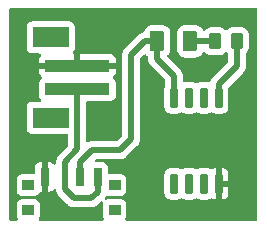
<source format=gbr>
%TF.GenerationSoftware,KiCad,Pcbnew,7.0.10*%
%TF.CreationDate,2024-09-03T14:05:09-04:00*%
%TF.ProjectId,workflow,776f726b-666c-46f7-972e-6b696361645f,rev?*%
%TF.SameCoordinates,Original*%
%TF.FileFunction,Copper,L1,Top*%
%TF.FilePolarity,Positive*%
%FSLAX46Y46*%
G04 Gerber Fmt 4.6, Leading zero omitted, Abs format (unit mm)*
G04 Created by KiCad (PCBNEW 7.0.10) date 2024-09-03 14:05:09*
%MOMM*%
%LPD*%
G01*
G04 APERTURE LIST*
G04 Aperture macros list*
%AMRoundRect*
0 Rectangle with rounded corners*
0 $1 Rounding radius*
0 $2 $3 $4 $5 $6 $7 $8 $9 X,Y pos of 4 corners*
0 Add a 4 corners polygon primitive as box body*
4,1,4,$2,$3,$4,$5,$6,$7,$8,$9,$2,$3,0*
0 Add four circle primitives for the rounded corners*
1,1,$1+$1,$2,$3*
1,1,$1+$1,$4,$5*
1,1,$1+$1,$6,$7*
1,1,$1+$1,$8,$9*
0 Add four rect primitives between the rounded corners*
20,1,$1+$1,$2,$3,$4,$5,0*
20,1,$1+$1,$4,$5,$6,$7,0*
20,1,$1+$1,$6,$7,$8,$9,0*
20,1,$1+$1,$8,$9,$2,$3,0*%
G04 Aperture macros list end*
%TA.AperFunction,SMDPad,CuDef*%
%ADD10RoundRect,0.250000X0.375000X0.625000X-0.375000X0.625000X-0.375000X-0.625000X0.375000X-0.625000X0*%
%TD*%
%TA.AperFunction,SMDPad,CuDef*%
%ADD11RoundRect,0.076250X0.228750X-0.768750X0.228750X0.768750X-0.228750X0.768750X-0.228750X-0.768750X0*%
%TD*%
%TA.AperFunction,SMDPad,CuDef*%
%ADD12RoundRect,0.250000X0.262500X0.450000X-0.262500X0.450000X-0.262500X-0.450000X0.262500X-0.450000X0*%
%TD*%
%TA.AperFunction,SMDPad,CuDef*%
%ADD13R,5.511800X0.990600*%
%TD*%
%TA.AperFunction,SMDPad,CuDef*%
%ADD14R,3.098800X1.701800*%
%TD*%
%TA.AperFunction,SMDPad,CuDef*%
%ADD15R,0.711200X1.498600*%
%TD*%
%TA.AperFunction,SMDPad,CuDef*%
%ADD16R,0.990600X0.812800*%
%TD*%
%TA.AperFunction,Conductor*%
%ADD17C,0.508000*%
%TD*%
G04 APERTURE END LIST*
D10*
%TO.P,D1,1,K*%
%TO.N,Net-(D1-K)*%
X97313400Y-53822600D03*
%TO.P,D1,2,A*%
%TO.N,/vcc*%
X94513400Y-53822600D03*
%TD*%
D11*
%TO.P,U1,1,PB5*%
%TO.N,unconnected-(U1-PB5-Pad1)*%
X95935800Y-65877800D03*
%TO.P,U1,2,PB3*%
%TO.N,unconnected-(U1-PB3-Pad2)*%
X97205800Y-65877800D03*
%TO.P,U1,3,PB4*%
%TO.N,unconnected-(U1-PB4-Pad3)*%
X98475800Y-65877800D03*
%TO.P,U1,4,GND*%
%TO.N,/GND*%
X99745800Y-65877800D03*
%TO.P,U1,5,PB0*%
%TO.N,/LED*%
X99745800Y-58597800D03*
%TO.P,U1,6,PB1*%
%TO.N,unconnected-(U1-PB1-Pad6)*%
X98475800Y-58597800D03*
%TO.P,U1,7,PB2*%
%TO.N,unconnected-(U1-PB2-Pad7)*%
X97205800Y-58597800D03*
%TO.P,U1,8,VCC*%
%TO.N,/vcc*%
X95935800Y-58597800D03*
%TD*%
D12*
%TO.P,R1,1*%
%TO.N,/LED*%
X101269000Y-53819600D03*
%TO.P,R1,2*%
%TO.N,Net-(D1-K)*%
X99444000Y-53819600D03*
%TD*%
D13*
%TO.P,J1,1,1*%
%TO.N,/vin*%
X87757201Y-57896001D03*
%TO.P,J1,2,2*%
%TO.N,/GND*%
X87757201Y-55895999D03*
D14*
%TO.P,J1,3*%
%TO.N,N/C*%
X85507200Y-60295998D03*
%TO.P,J1,4*%
X85507200Y-53496002D03*
%TD*%
D15*
%TO.P,SW1,1,1*%
%TO.N,/GND*%
X85006617Y-65297401D03*
%TO.P,SW1,2,2*%
%TO.N,/vcc*%
X88006620Y-65297401D03*
%TO.P,SW1,3,3*%
%TO.N,/vin*%
X89506620Y-65297401D03*
D16*
%TO.P,SW1,4*%
%TO.N,N/C*%
X83606620Y-65997402D03*
%TO.P,SW1,5*%
X90906620Y-65997402D03*
%TO.P,SW1,6*%
X83606640Y-68097400D03*
%TO.P,SW1,7*%
X90906600Y-68097400D03*
%TD*%
D17*
%TO.N,Net-(D1-K)*%
X99441000Y-53822600D02*
X99444000Y-53819600D01*
X97313400Y-53822600D02*
X99441000Y-53822600D01*
%TO.N,/vcc*%
X88006620Y-64040101D02*
X89003921Y-63042800D01*
X92303600Y-62103000D02*
X92303600Y-54991000D01*
X95935800Y-56743600D02*
X95935800Y-58597800D01*
X91363800Y-63042800D02*
X92303600Y-62103000D01*
X88006620Y-65297401D02*
X88006620Y-64040101D01*
X89003921Y-63042800D02*
X91363800Y-63042800D01*
X93472000Y-53822600D02*
X94513400Y-53822600D01*
X94513400Y-55321200D02*
X95935800Y-56743600D01*
X92303600Y-54991000D02*
X93472000Y-53822600D01*
X94513400Y-53822600D02*
X94513400Y-55321200D01*
%TO.N,/LED*%
X99745800Y-58597800D02*
X99745800Y-57454800D01*
X99745800Y-57454800D02*
X101269000Y-55931600D01*
X101269000Y-55931600D02*
X101269000Y-53819600D01*
%TO.N,/vin*%
X87477600Y-67106800D02*
X88954521Y-67106800D01*
X88954521Y-67106800D02*
X89506620Y-66554701D01*
X87757201Y-62977130D02*
X86715600Y-64018731D01*
X86715600Y-64018731D02*
X86715600Y-66344800D01*
X87757201Y-57896001D02*
X87757201Y-62977130D01*
X89506620Y-66554701D02*
X89506620Y-65297401D01*
X86715600Y-66344800D02*
X87477600Y-67106800D01*
%TD*%
%TA.AperFunction,Conductor*%
%TO.N,/GND*%
G36*
X102942539Y-51020185D02*
G01*
X102988294Y-51072989D01*
X102999500Y-51124500D01*
X102999500Y-68875500D01*
X102979815Y-68942539D01*
X102927011Y-68988294D01*
X102875500Y-68999500D01*
X91903746Y-68999500D01*
X91836707Y-68979815D01*
X91790952Y-68927011D01*
X91781008Y-68857853D01*
X91804480Y-68801188D01*
X91845696Y-68746131D01*
X91895991Y-68611283D01*
X91902400Y-68551673D01*
X91902399Y-67643128D01*
X91895991Y-67583517D01*
X91873681Y-67523702D01*
X91845697Y-67448671D01*
X91845693Y-67448664D01*
X91759447Y-67333455D01*
X91759444Y-67333452D01*
X91644235Y-67247206D01*
X91644228Y-67247202D01*
X91509382Y-67196908D01*
X91509383Y-67196908D01*
X91449783Y-67190501D01*
X91449781Y-67190500D01*
X91449773Y-67190500D01*
X91449764Y-67190500D01*
X90363429Y-67190500D01*
X90363423Y-67190501D01*
X90303817Y-67196908D01*
X90233289Y-67223213D01*
X90163598Y-67228196D01*
X90102275Y-67194710D01*
X90068791Y-67133386D01*
X90073777Y-67063694D01*
X90094965Y-67027329D01*
X90141287Y-66972128D01*
X90141292Y-66972117D01*
X90145257Y-66966091D01*
X90145303Y-66966121D01*
X90149409Y-66959675D01*
X90149362Y-66959646D01*
X90153152Y-66953499D01*
X90153159Y-66953492D01*
X90153163Y-66953483D01*
X90155758Y-66949276D01*
X90207705Y-66902551D01*
X90276667Y-66891327D01*
X90296277Y-66896139D01*
X90296285Y-66896109D01*
X90303836Y-66897893D01*
X90310764Y-66898637D01*
X90363447Y-66904302D01*
X91449792Y-66904301D01*
X91509403Y-66897893D01*
X91644251Y-66847598D01*
X91759466Y-66761348D01*
X91817099Y-66684361D01*
X95130300Y-66684361D01*
X95145145Y-66797111D01*
X95145146Y-66797115D01*
X95203257Y-66937409D01*
X95203257Y-66937410D01*
X95203259Y-66937413D01*
X95203260Y-66937414D01*
X95295707Y-67057893D01*
X95416186Y-67150340D01*
X95416189Y-67150341D01*
X95416190Y-67150342D01*
X95486337Y-67179397D01*
X95556488Y-67208455D01*
X95663539Y-67222548D01*
X95665440Y-67222799D01*
X95669246Y-67223300D01*
X95669253Y-67223300D01*
X96202347Y-67223300D01*
X96202354Y-67223300D01*
X96315112Y-67208455D01*
X96455414Y-67150340D01*
X96495313Y-67119723D01*
X96560482Y-67094529D01*
X96628927Y-67108567D01*
X96646287Y-67119724D01*
X96686184Y-67150339D01*
X96686190Y-67150342D01*
X96756337Y-67179397D01*
X96826488Y-67208455D01*
X96933539Y-67222548D01*
X96935440Y-67222799D01*
X96939246Y-67223300D01*
X96939253Y-67223300D01*
X97472347Y-67223300D01*
X97472354Y-67223300D01*
X97585112Y-67208455D01*
X97725414Y-67150340D01*
X97765313Y-67119723D01*
X97830482Y-67094529D01*
X97898927Y-67108567D01*
X97916287Y-67119724D01*
X97956184Y-67150339D01*
X97956190Y-67150342D01*
X98026337Y-67179397D01*
X98096488Y-67208455D01*
X98203539Y-67222548D01*
X98205440Y-67222799D01*
X98209246Y-67223300D01*
X98209253Y-67223300D01*
X98742347Y-67223300D01*
X98742354Y-67223300D01*
X98855112Y-67208455D01*
X98995414Y-67150340D01*
X99035726Y-67119406D01*
X99100889Y-67094213D01*
X99169335Y-67108250D01*
X99186697Y-67119407D01*
X99226441Y-67149904D01*
X99366615Y-67207965D01*
X99366619Y-67207966D01*
X99479284Y-67222799D01*
X99495800Y-67222798D01*
X99495800Y-66127800D01*
X99995800Y-66127800D01*
X99995800Y-67222799D01*
X100012315Y-67222799D01*
X100124982Y-67207966D01*
X100265158Y-67149904D01*
X100385535Y-67057535D01*
X100477904Y-66937158D01*
X100535965Y-66796984D01*
X100535966Y-66796980D01*
X100550799Y-66684322D01*
X100550800Y-66684308D01*
X100550800Y-66127800D01*
X99995800Y-66127800D01*
X99495800Y-66127800D01*
X99495800Y-64532800D01*
X99995800Y-64532800D01*
X99995800Y-65627800D01*
X100550799Y-65627800D01*
X100550799Y-65071285D01*
X100535966Y-64958617D01*
X100477904Y-64818441D01*
X100385535Y-64698064D01*
X100265158Y-64605695D01*
X100124984Y-64547634D01*
X100124980Y-64547633D01*
X100012322Y-64532800D01*
X99995800Y-64532800D01*
X99495800Y-64532800D01*
X99495800Y-64532799D01*
X99479284Y-64532800D01*
X99366617Y-64547633D01*
X99226438Y-64605696D01*
X99226435Y-64605698D01*
X99186694Y-64636192D01*
X99121525Y-64661385D01*
X99053080Y-64647345D01*
X99035731Y-64636197D01*
X98995414Y-64605260D01*
X98855112Y-64547145D01*
X98841017Y-64545289D01*
X98742361Y-64532300D01*
X98742354Y-64532300D01*
X98209246Y-64532300D01*
X98209238Y-64532300D01*
X98096488Y-64547145D01*
X98096487Y-64547145D01*
X97956185Y-64605260D01*
X97916285Y-64635876D01*
X97851115Y-64661069D01*
X97782671Y-64647030D01*
X97765315Y-64635876D01*
X97725414Y-64605260D01*
X97725407Y-64605257D01*
X97585112Y-64547145D01*
X97571017Y-64545289D01*
X97472361Y-64532300D01*
X97472354Y-64532300D01*
X96939246Y-64532300D01*
X96939238Y-64532300D01*
X96826488Y-64547145D01*
X96826487Y-64547145D01*
X96686185Y-64605260D01*
X96646285Y-64635876D01*
X96581115Y-64661069D01*
X96512671Y-64647030D01*
X96495315Y-64635876D01*
X96455414Y-64605260D01*
X96455407Y-64605257D01*
X96315112Y-64547145D01*
X96301017Y-64545289D01*
X96202361Y-64532300D01*
X96202354Y-64532300D01*
X95669246Y-64532300D01*
X95669238Y-64532300D01*
X95556488Y-64547145D01*
X95556484Y-64547146D01*
X95416190Y-64605257D01*
X95416189Y-64605257D01*
X95295707Y-64697707D01*
X95203257Y-64818189D01*
X95203257Y-64818190D01*
X95145146Y-64958484D01*
X95145145Y-64958488D01*
X95130300Y-65071238D01*
X95130300Y-66684361D01*
X91817099Y-66684361D01*
X91845716Y-66646133D01*
X91896011Y-66511285D01*
X91902420Y-66451675D01*
X91902419Y-65543130D01*
X91896011Y-65483519D01*
X91845716Y-65348671D01*
X91845715Y-65348670D01*
X91845713Y-65348666D01*
X91759467Y-65233457D01*
X91759464Y-65233454D01*
X91644255Y-65147208D01*
X91644248Y-65147204D01*
X91509402Y-65096910D01*
X91509403Y-65096910D01*
X91449803Y-65090503D01*
X91449801Y-65090502D01*
X91449793Y-65090502D01*
X91449785Y-65090502D01*
X90486719Y-65090502D01*
X90419680Y-65070817D01*
X90373925Y-65018013D01*
X90362719Y-64966502D01*
X90362719Y-64500230D01*
X90362718Y-64500224D01*
X90356311Y-64440617D01*
X90306017Y-64305772D01*
X90306013Y-64305765D01*
X90219767Y-64190556D01*
X90219764Y-64190553D01*
X90104555Y-64104307D01*
X90104548Y-64104303D01*
X89969702Y-64054009D01*
X89969703Y-64054009D01*
X89910103Y-64047602D01*
X89910101Y-64047601D01*
X89910093Y-64047601D01*
X89910085Y-64047601D01*
X89365505Y-64047601D01*
X89298466Y-64027916D01*
X89252711Y-63975112D01*
X89242767Y-63905954D01*
X89271792Y-63842398D01*
X89277831Y-63835913D01*
X89280145Y-63833600D01*
X89341475Y-63800128D01*
X89367807Y-63797300D01*
X91299800Y-63797300D01*
X91317769Y-63798609D01*
X91323150Y-63799396D01*
X91341706Y-63802115D01*
X91391348Y-63797771D01*
X91402155Y-63797300D01*
X91407734Y-63797300D01*
X91407741Y-63797300D01*
X91438703Y-63793680D01*
X91442234Y-63793319D01*
X91517412Y-63786743D01*
X91517415Y-63786741D01*
X91524493Y-63785281D01*
X91524504Y-63785335D01*
X91531963Y-63783681D01*
X91531951Y-63783627D01*
X91538978Y-63781961D01*
X91538979Y-63781960D01*
X91538984Y-63781960D01*
X91609895Y-63756150D01*
X91613194Y-63755003D01*
X91684836Y-63731264D01*
X91684838Y-63731262D01*
X91684840Y-63731262D01*
X91691381Y-63728212D01*
X91691404Y-63728262D01*
X91698298Y-63724925D01*
X91698273Y-63724875D01*
X91704720Y-63721637D01*
X91704724Y-63721636D01*
X91767767Y-63680170D01*
X91770742Y-63678276D01*
X91834954Y-63638670D01*
X91834962Y-63638661D01*
X91840623Y-63634187D01*
X91840657Y-63634230D01*
X91846582Y-63629404D01*
X91846547Y-63629362D01*
X91852076Y-63624720D01*
X91852085Y-63624715D01*
X91903871Y-63569823D01*
X91906316Y-63567306D01*
X92791864Y-62681758D01*
X92805483Y-62669988D01*
X92824894Y-62655539D01*
X92856934Y-62617354D01*
X92864223Y-62609399D01*
X92868183Y-62605441D01*
X92887527Y-62580974D01*
X92889761Y-62578232D01*
X92938267Y-62520427D01*
X92938271Y-62520418D01*
X92942237Y-62514390D01*
X92942283Y-62514420D01*
X92946395Y-62507965D01*
X92946348Y-62507936D01*
X92950132Y-62501799D01*
X92950139Y-62501791D01*
X92982017Y-62433428D01*
X92983572Y-62430214D01*
X93017424Y-62362811D01*
X93017426Y-62362798D01*
X93019893Y-62356024D01*
X93019946Y-62356043D01*
X93022458Y-62348815D01*
X93022407Y-62348798D01*
X93024677Y-62341945D01*
X93024677Y-62341943D01*
X93024679Y-62341940D01*
X93039945Y-62268001D01*
X93040697Y-62264610D01*
X93058100Y-62191188D01*
X93058100Y-62191181D01*
X93058938Y-62184015D01*
X93058992Y-62184021D01*
X93059770Y-62176405D01*
X93059717Y-62176401D01*
X93060346Y-62169210D01*
X93058152Y-62093804D01*
X93058100Y-62090198D01*
X93058100Y-55354885D01*
X93077785Y-55287846D01*
X93094415Y-55267208D01*
X93407848Y-54953774D01*
X93469169Y-54920291D01*
X93538860Y-54925275D01*
X93583208Y-54953776D01*
X93669745Y-55040313D01*
X93699994Y-55058970D01*
X93746720Y-55110917D01*
X93758900Y-55164510D01*
X93758900Y-55257200D01*
X93757591Y-55275169D01*
X93754084Y-55299108D01*
X93758428Y-55348745D01*
X93758900Y-55359554D01*
X93758900Y-55365146D01*
X93762516Y-55396085D01*
X93762882Y-55399670D01*
X93769456Y-55474810D01*
X93770916Y-55481877D01*
X93770864Y-55481887D01*
X93772523Y-55489367D01*
X93772574Y-55489355D01*
X93774240Y-55496385D01*
X93800021Y-55567220D01*
X93801204Y-55570623D01*
X93824933Y-55642229D01*
X93827986Y-55648775D01*
X93827936Y-55648798D01*
X93831276Y-55655697D01*
X93831325Y-55655673D01*
X93834567Y-55662130D01*
X93876013Y-55725146D01*
X93877950Y-55728186D01*
X93917531Y-55792356D01*
X93922011Y-55798022D01*
X93921969Y-55798055D01*
X93926801Y-55803986D01*
X93926843Y-55803952D01*
X93931488Y-55809488D01*
X93986338Y-55861236D01*
X93988925Y-55863749D01*
X95144981Y-57019805D01*
X95178466Y-57081128D01*
X95181300Y-57107486D01*
X95181300Y-57566536D01*
X95171861Y-57613988D01*
X95145146Y-57678484D01*
X95145145Y-57678488D01*
X95130300Y-57791238D01*
X95130300Y-59404361D01*
X95145145Y-59517111D01*
X95145146Y-59517115D01*
X95203257Y-59657409D01*
X95203257Y-59657410D01*
X95203259Y-59657413D01*
X95203260Y-59657414D01*
X95295707Y-59777893D01*
X95416186Y-59870340D01*
X95416189Y-59870341D01*
X95416190Y-59870342D01*
X95486337Y-59899397D01*
X95556488Y-59928455D01*
X95669246Y-59943300D01*
X95669253Y-59943300D01*
X96202347Y-59943300D01*
X96202354Y-59943300D01*
X96315112Y-59928455D01*
X96455414Y-59870340D01*
X96495313Y-59839723D01*
X96560482Y-59814529D01*
X96628927Y-59828567D01*
X96646287Y-59839724D01*
X96686184Y-59870339D01*
X96686190Y-59870342D01*
X96756337Y-59899397D01*
X96826488Y-59928455D01*
X96939246Y-59943300D01*
X96939253Y-59943300D01*
X97472347Y-59943300D01*
X97472354Y-59943300D01*
X97585112Y-59928455D01*
X97725414Y-59870340D01*
X97765313Y-59839723D01*
X97830482Y-59814529D01*
X97898927Y-59828567D01*
X97916287Y-59839724D01*
X97956184Y-59870339D01*
X97956190Y-59870342D01*
X98026337Y-59899397D01*
X98096488Y-59928455D01*
X98209246Y-59943300D01*
X98209253Y-59943300D01*
X98742347Y-59943300D01*
X98742354Y-59943300D01*
X98855112Y-59928455D01*
X98995414Y-59870340D01*
X99035313Y-59839723D01*
X99100482Y-59814529D01*
X99168927Y-59828567D01*
X99186287Y-59839724D01*
X99226184Y-59870339D01*
X99226190Y-59870342D01*
X99296337Y-59899397D01*
X99366488Y-59928455D01*
X99479246Y-59943300D01*
X99479253Y-59943300D01*
X100012347Y-59943300D01*
X100012354Y-59943300D01*
X100125112Y-59928455D01*
X100265409Y-59870342D01*
X100265410Y-59870342D01*
X100265410Y-59870341D01*
X100265414Y-59870340D01*
X100385893Y-59777893D01*
X100478340Y-59657414D01*
X100536455Y-59517112D01*
X100551300Y-59404354D01*
X100551300Y-57791246D01*
X100550566Y-57785672D01*
X100561327Y-57716637D01*
X100585820Y-57681802D01*
X101757264Y-56510358D01*
X101770883Y-56498588D01*
X101790294Y-56484139D01*
X101822334Y-56445954D01*
X101829623Y-56437999D01*
X101833583Y-56434041D01*
X101852927Y-56409574D01*
X101855161Y-56406832D01*
X101903667Y-56349027D01*
X101903671Y-56349018D01*
X101907637Y-56342990D01*
X101907683Y-56343020D01*
X101911795Y-56336565D01*
X101911748Y-56336536D01*
X101915532Y-56330399D01*
X101915539Y-56330391D01*
X101942560Y-56272443D01*
X101947417Y-56262028D01*
X101948972Y-56258814D01*
X101982824Y-56191411D01*
X101982826Y-56191398D01*
X101985293Y-56184624D01*
X101985346Y-56184643D01*
X101987858Y-56177415D01*
X101987807Y-56177398D01*
X101990077Y-56170545D01*
X101990077Y-56170543D01*
X101990079Y-56170540D01*
X102005345Y-56096601D01*
X102006097Y-56093210D01*
X102023500Y-56019788D01*
X102023500Y-56019781D01*
X102024338Y-56012615D01*
X102024392Y-56012621D01*
X102025170Y-56005005D01*
X102025117Y-56005001D01*
X102025746Y-55997810D01*
X102023552Y-55922404D01*
X102023500Y-55918798D01*
X102023500Y-54890330D01*
X102043185Y-54823291D01*
X102059819Y-54802649D01*
X102071773Y-54790695D01*
X102124212Y-54738256D01*
X102216314Y-54588934D01*
X102271499Y-54422397D01*
X102282000Y-54319609D01*
X102281999Y-53319592D01*
X102271499Y-53216803D01*
X102216314Y-53050266D01*
X102124212Y-52900944D01*
X102000156Y-52776888D01*
X101850834Y-52684786D01*
X101684297Y-52629601D01*
X101684295Y-52629600D01*
X101581510Y-52619100D01*
X100956498Y-52619100D01*
X100956480Y-52619101D01*
X100853703Y-52629600D01*
X100853700Y-52629601D01*
X100687168Y-52684785D01*
X100687163Y-52684787D01*
X100537842Y-52776889D01*
X100444181Y-52870551D01*
X100382858Y-52904036D01*
X100313166Y-52899052D01*
X100268819Y-52870551D01*
X100175157Y-52776889D01*
X100175156Y-52776888D01*
X100025834Y-52684786D01*
X99859297Y-52629601D01*
X99859295Y-52629600D01*
X99756510Y-52619100D01*
X99131498Y-52619100D01*
X99131480Y-52619101D01*
X99028703Y-52629600D01*
X99028700Y-52629601D01*
X98862168Y-52684785D01*
X98862163Y-52684787D01*
X98712842Y-52776889D01*
X98588786Y-52900945D01*
X98584517Y-52906344D01*
X98527491Y-52946716D01*
X98457692Y-52949849D01*
X98397279Y-52914748D01*
X98374871Y-52881821D01*
X98373216Y-52878273D01*
X98373214Y-52878266D01*
X98281112Y-52728944D01*
X98157056Y-52604888D01*
X98007734Y-52512786D01*
X97841197Y-52457601D01*
X97841195Y-52457600D01*
X97738410Y-52447100D01*
X96888398Y-52447100D01*
X96888380Y-52447101D01*
X96785603Y-52457600D01*
X96785600Y-52457601D01*
X96619068Y-52512785D01*
X96619063Y-52512787D01*
X96469742Y-52604889D01*
X96345689Y-52728942D01*
X96253587Y-52878263D01*
X96253585Y-52878268D01*
X96244282Y-52906344D01*
X96198401Y-53044803D01*
X96198401Y-53044804D01*
X96198400Y-53044804D01*
X96187900Y-53147583D01*
X96187900Y-54497601D01*
X96187901Y-54497618D01*
X96198400Y-54600396D01*
X96198401Y-54600399D01*
X96227642Y-54688640D01*
X96253586Y-54766934D01*
X96345688Y-54916256D01*
X96469744Y-55040312D01*
X96619066Y-55132414D01*
X96785603Y-55187599D01*
X96888391Y-55198100D01*
X97738408Y-55198099D01*
X97738416Y-55198098D01*
X97738419Y-55198098D01*
X97794702Y-55192348D01*
X97841197Y-55187599D01*
X98007734Y-55132414D01*
X98157056Y-55040312D01*
X98281112Y-54916256D01*
X98373214Y-54766934D01*
X98373216Y-54766926D01*
X98376264Y-54760391D01*
X98379021Y-54761676D01*
X98410951Y-54715501D01*
X98475451Y-54688640D01*
X98544234Y-54700914D01*
X98586208Y-54734993D01*
X98588788Y-54738256D01*
X98712844Y-54862312D01*
X98862166Y-54954414D01*
X99028703Y-55009599D01*
X99131491Y-55020100D01*
X99756508Y-55020099D01*
X99756516Y-55020098D01*
X99756519Y-55020098D01*
X99812802Y-55014348D01*
X99859297Y-55009599D01*
X100025834Y-54954414D01*
X100175156Y-54862312D01*
X100268819Y-54768649D01*
X100330142Y-54735164D01*
X100399834Y-54740148D01*
X100444181Y-54768649D01*
X100478181Y-54802649D01*
X100511666Y-54863972D01*
X100514500Y-54890330D01*
X100514500Y-55567713D01*
X100494815Y-55634752D01*
X100478181Y-55655394D01*
X99257542Y-56876032D01*
X99243913Y-56887811D01*
X99224507Y-56902259D01*
X99192474Y-56940433D01*
X99185187Y-56948386D01*
X99181220Y-56952354D01*
X99181218Y-56952356D01*
X99161889Y-56976801D01*
X99159615Y-56979593D01*
X99111134Y-57037371D01*
X99107166Y-57043405D01*
X99107122Y-57043376D01*
X99103009Y-57049831D01*
X99103054Y-57049859D01*
X99099262Y-57056006D01*
X99067381Y-57124372D01*
X99065812Y-57127612D01*
X99031974Y-57194992D01*
X99030280Y-57199646D01*
X98988848Y-57255905D01*
X98923576Y-57280833D01*
X98866314Y-57271785D01*
X98865772Y-57271560D01*
X98855112Y-57267145D01*
X98841017Y-57265289D01*
X98742361Y-57252300D01*
X98742354Y-57252300D01*
X98209246Y-57252300D01*
X98209238Y-57252300D01*
X98096488Y-57267145D01*
X98096487Y-57267145D01*
X97956185Y-57325260D01*
X97916285Y-57355876D01*
X97851115Y-57381069D01*
X97782671Y-57367030D01*
X97765315Y-57355876D01*
X97725414Y-57325260D01*
X97721298Y-57323555D01*
X97585112Y-57267145D01*
X97571017Y-57265289D01*
X97472361Y-57252300D01*
X97472354Y-57252300D01*
X96939246Y-57252300D01*
X96939240Y-57252300D01*
X96939235Y-57252301D01*
X96830485Y-57266618D01*
X96761450Y-57255852D01*
X96709194Y-57209472D01*
X96690300Y-57143679D01*
X96690300Y-56807592D01*
X96691609Y-56789622D01*
X96691994Y-56786988D01*
X96695114Y-56765693D01*
X96690771Y-56716058D01*
X96690300Y-56705252D01*
X96690300Y-56699664D01*
X96690299Y-56699652D01*
X96686682Y-56668709D01*
X96686315Y-56665117D01*
X96679743Y-56589989D01*
X96678283Y-56582918D01*
X96678337Y-56582906D01*
X96676681Y-56575437D01*
X96676627Y-56575450D01*
X96674960Y-56568422D01*
X96674960Y-56568416D01*
X96649169Y-56497557D01*
X96647986Y-56494152D01*
X96632021Y-56445973D01*
X96624264Y-56422564D01*
X96624261Y-56422560D01*
X96621212Y-56416019D01*
X96621261Y-56415995D01*
X96617928Y-56409109D01*
X96617879Y-56409134D01*
X96614635Y-56402675D01*
X96573176Y-56339638D01*
X96571269Y-56336646D01*
X96531670Y-56272446D01*
X96531667Y-56272443D01*
X96527192Y-56266783D01*
X96527234Y-56266749D01*
X96522397Y-56260811D01*
X96522356Y-56260846D01*
X96517712Y-56255312D01*
X96462861Y-56203563D01*
X96460273Y-56201049D01*
X95415977Y-55156753D01*
X95382492Y-55095430D01*
X95387476Y-55025738D01*
X95415977Y-54981391D01*
X95443592Y-54953776D01*
X95481112Y-54916256D01*
X95573214Y-54766934D01*
X95628399Y-54600397D01*
X95638900Y-54497609D01*
X95638899Y-53147592D01*
X95637524Y-53134136D01*
X95628399Y-53044803D01*
X95628398Y-53044800D01*
X95595896Y-52946716D01*
X95573214Y-52878266D01*
X95481112Y-52728944D01*
X95357056Y-52604888D01*
X95207734Y-52512786D01*
X95041197Y-52457601D01*
X95041195Y-52457600D01*
X94938410Y-52447100D01*
X94088398Y-52447100D01*
X94088380Y-52447101D01*
X93985603Y-52457600D01*
X93985600Y-52457601D01*
X93819068Y-52512785D01*
X93819063Y-52512787D01*
X93669742Y-52604889D01*
X93545689Y-52728942D01*
X93453587Y-52878263D01*
X93453585Y-52878268D01*
X93414755Y-52995451D01*
X93374982Y-53052896D01*
X93322130Y-53077884D01*
X93311323Y-53080116D01*
X93311312Y-53080064D01*
X93303832Y-53081722D01*
X93303845Y-53081774D01*
X93296812Y-53083440D01*
X93225925Y-53109239D01*
X93222525Y-53110421D01*
X93150962Y-53134136D01*
X93144420Y-53137187D01*
X93144397Y-53137139D01*
X93137507Y-53140475D01*
X93137531Y-53140522D01*
X93131076Y-53143763D01*
X93068067Y-53185204D01*
X93065030Y-53187139D01*
X93000846Y-53226730D01*
X92995179Y-53231211D01*
X92995146Y-53231169D01*
X92989214Y-53236001D01*
X92989248Y-53236042D01*
X92983712Y-53240687D01*
X92931944Y-53295556D01*
X92929433Y-53298141D01*
X91815342Y-54412232D01*
X91801713Y-54424011D01*
X91782307Y-54438459D01*
X91750274Y-54476633D01*
X91742987Y-54484586D01*
X91739020Y-54488554D01*
X91739018Y-54488556D01*
X91719689Y-54513001D01*
X91717415Y-54515793D01*
X91668934Y-54573571D01*
X91664966Y-54579605D01*
X91664922Y-54579576D01*
X91660809Y-54586031D01*
X91660854Y-54586059D01*
X91657062Y-54592206D01*
X91625181Y-54660572D01*
X91623612Y-54663812D01*
X91589775Y-54731191D01*
X91587304Y-54737979D01*
X91587255Y-54737961D01*
X91584741Y-54745193D01*
X91584791Y-54745210D01*
X91582520Y-54752062D01*
X91567271Y-54825911D01*
X91566491Y-54829430D01*
X91549099Y-54902816D01*
X91548261Y-54909987D01*
X91548207Y-54909980D01*
X91547430Y-54917596D01*
X91547483Y-54917601D01*
X91546853Y-54924790D01*
X91549048Y-55000193D01*
X91549100Y-55003800D01*
X91549100Y-61739114D01*
X91529415Y-61806153D01*
X91512781Y-61826795D01*
X91087595Y-62251981D01*
X91026272Y-62285466D01*
X90999914Y-62288300D01*
X89067921Y-62288300D01*
X89049952Y-62286991D01*
X89026012Y-62283484D01*
X88979251Y-62287576D01*
X88976372Y-62287828D01*
X88965566Y-62288300D01*
X88959972Y-62288300D01*
X88929034Y-62291916D01*
X88925450Y-62292282D01*
X88850308Y-62298856D01*
X88843242Y-62300316D01*
X88843231Y-62300264D01*
X88835752Y-62301922D01*
X88835765Y-62301974D01*
X88828737Y-62303639D01*
X88757883Y-62329428D01*
X88754478Y-62330612D01*
X88676033Y-62356607D01*
X88675130Y-62353882D01*
X88618968Y-62362385D01*
X88555198Y-62333834D01*
X88516987Y-62275339D01*
X88511701Y-62239519D01*
X88511701Y-59015800D01*
X88531386Y-58948761D01*
X88584190Y-58903006D01*
X88635701Y-58891800D01*
X90560972Y-58891800D01*
X90560973Y-58891800D01*
X90620584Y-58885392D01*
X90755432Y-58835097D01*
X90870647Y-58748847D01*
X90956897Y-58633632D01*
X91007192Y-58498784D01*
X91013601Y-58439174D01*
X91013600Y-57352829D01*
X91007192Y-57293218D01*
X90997467Y-57267145D01*
X90956898Y-57158372D01*
X90956894Y-57158365D01*
X90870648Y-57043156D01*
X90862920Y-57037371D01*
X90844433Y-57023531D01*
X90806258Y-56994953D01*
X90764388Y-56939019D01*
X90759404Y-56869327D01*
X90792890Y-56808005D01*
X90806260Y-56796420D01*
X90870290Y-56748487D01*
X90870291Y-56748486D01*
X90956451Y-56633392D01*
X90956455Y-56633385D01*
X91006697Y-56498678D01*
X91006699Y-56498671D01*
X91013100Y-56439143D01*
X91013101Y-56439126D01*
X91013101Y-56145999D01*
X84501301Y-56145999D01*
X84501301Y-56439143D01*
X84507702Y-56498671D01*
X84507704Y-56498678D01*
X84557946Y-56633385D01*
X84557950Y-56633392D01*
X84644109Y-56748485D01*
X84708142Y-56796420D01*
X84750013Y-56852354D01*
X84754997Y-56922046D01*
X84721512Y-56983369D01*
X84708143Y-56994953D01*
X84643753Y-57043156D01*
X84557507Y-57158365D01*
X84557503Y-57158372D01*
X84507209Y-57293218D01*
X84503368Y-57328952D01*
X84500802Y-57352824D01*
X84500801Y-57352836D01*
X84500801Y-58439171D01*
X84500802Y-58439177D01*
X84507209Y-58498784D01*
X84557503Y-58633629D01*
X84557504Y-58633631D01*
X84641839Y-58746287D01*
X84666256Y-58811751D01*
X84651405Y-58880024D01*
X84602000Y-58929430D01*
X84542572Y-58944598D01*
X83909929Y-58944598D01*
X83909923Y-58944599D01*
X83850316Y-58951006D01*
X83715471Y-59001300D01*
X83715464Y-59001304D01*
X83600255Y-59087550D01*
X83600252Y-59087553D01*
X83514006Y-59202762D01*
X83514002Y-59202769D01*
X83463708Y-59337615D01*
X83457301Y-59397214D01*
X83457300Y-59397233D01*
X83457300Y-61194768D01*
X83457301Y-61194774D01*
X83463708Y-61254381D01*
X83514002Y-61389226D01*
X83514006Y-61389233D01*
X83600252Y-61504442D01*
X83600255Y-61504445D01*
X83715464Y-61590691D01*
X83715471Y-61590695D01*
X83850317Y-61640989D01*
X83850316Y-61640989D01*
X83857244Y-61641733D01*
X83909927Y-61647398D01*
X86878701Y-61647397D01*
X86945740Y-61667082D01*
X86991495Y-61719886D01*
X87002701Y-61771397D01*
X87002701Y-62613243D01*
X86983016Y-62680282D01*
X86966382Y-62700924D01*
X86227342Y-63439963D01*
X86213713Y-63451742D01*
X86194307Y-63466190D01*
X86162274Y-63504364D01*
X86154987Y-63512317D01*
X86151020Y-63516285D01*
X86151018Y-63516287D01*
X86131689Y-63540732D01*
X86129415Y-63543524D01*
X86080934Y-63601302D01*
X86076966Y-63607336D01*
X86076922Y-63607307D01*
X86072809Y-63613762D01*
X86072854Y-63613790D01*
X86069062Y-63619937D01*
X86037181Y-63688303D01*
X86035612Y-63691543D01*
X86001775Y-63758922D01*
X85999304Y-63765710D01*
X85999255Y-63765692D01*
X85996741Y-63772924D01*
X85996791Y-63772941D01*
X85994520Y-63779793D01*
X85979271Y-63853642D01*
X85978491Y-63857161D01*
X85961099Y-63930547D01*
X85960261Y-63937718D01*
X85960207Y-63937711D01*
X85959430Y-63945327D01*
X85959483Y-63945332D01*
X85958853Y-63952521D01*
X85961048Y-64027924D01*
X85961100Y-64031531D01*
X85961100Y-64141216D01*
X85941415Y-64208255D01*
X85888611Y-64254010D01*
X85819453Y-64263954D01*
X85755897Y-64234929D01*
X85737835Y-64215529D01*
X85719406Y-64190912D01*
X85719404Y-64190910D01*
X85604310Y-64104750D01*
X85604303Y-64104746D01*
X85469596Y-64054504D01*
X85469589Y-64054502D01*
X85410061Y-64048101D01*
X85256617Y-64048101D01*
X85256617Y-66546701D01*
X85410045Y-66546701D01*
X85410061Y-66546700D01*
X85469589Y-66540299D01*
X85469596Y-66540297D01*
X85604303Y-66490055D01*
X85604310Y-66490051D01*
X85719403Y-66403892D01*
X85743349Y-66371905D01*
X85799283Y-66330034D01*
X85868974Y-66325050D01*
X85930297Y-66358535D01*
X85963782Y-66419858D01*
X85966144Y-66435408D01*
X85971656Y-66498410D01*
X85973116Y-66505477D01*
X85973064Y-66505487D01*
X85974723Y-66512967D01*
X85974774Y-66512955D01*
X85976440Y-66519985D01*
X86002221Y-66590820D01*
X86003404Y-66594223D01*
X86027133Y-66665829D01*
X86030186Y-66672375D01*
X86030136Y-66672398D01*
X86033476Y-66679297D01*
X86033525Y-66679273D01*
X86036767Y-66685730D01*
X86078213Y-66748746D01*
X86080150Y-66751786D01*
X86119731Y-66815956D01*
X86124211Y-66821622D01*
X86124169Y-66821655D01*
X86129001Y-66827586D01*
X86129043Y-66827552D01*
X86133688Y-66833088D01*
X86188538Y-66884836D01*
X86191125Y-66887349D01*
X86898834Y-67595058D01*
X86910615Y-67608690D01*
X86925061Y-67628094D01*
X86963238Y-67660128D01*
X86971214Y-67667438D01*
X86975154Y-67671379D01*
X86975158Y-67671382D01*
X86975159Y-67671383D01*
X86997080Y-67688716D01*
X86999610Y-67690716D01*
X87002407Y-67692995D01*
X87060172Y-67741467D01*
X87066209Y-67745437D01*
X87066179Y-67745482D01*
X87072638Y-67749596D01*
X87072667Y-67749550D01*
X87078807Y-67753337D01*
X87078809Y-67753339D01*
X87147157Y-67785210D01*
X87150375Y-67786768D01*
X87215654Y-67819552D01*
X87217789Y-67820624D01*
X87217791Y-67820624D01*
X87224579Y-67823095D01*
X87224560Y-67823147D01*
X87231785Y-67825658D01*
X87231803Y-67825607D01*
X87238655Y-67827877D01*
X87238656Y-67827877D01*
X87238660Y-67827879D01*
X87312603Y-67843146D01*
X87316010Y-67843902D01*
X87389412Y-67861300D01*
X87389415Y-67861300D01*
X87396586Y-67862139D01*
X87396579Y-67862192D01*
X87404194Y-67862970D01*
X87404199Y-67862917D01*
X87411389Y-67863546D01*
X87411393Y-67863545D01*
X87411394Y-67863546D01*
X87473427Y-67861740D01*
X87486796Y-67861352D01*
X87490402Y-67861300D01*
X88890521Y-67861300D01*
X88908490Y-67862609D01*
X88913871Y-67863396D01*
X88932427Y-67866115D01*
X88982069Y-67861771D01*
X88992876Y-67861300D01*
X88998455Y-67861300D01*
X88998462Y-67861300D01*
X89029424Y-67857680D01*
X89032955Y-67857319D01*
X89108133Y-67850743D01*
X89108136Y-67850741D01*
X89115214Y-67849281D01*
X89115225Y-67849335D01*
X89122684Y-67847681D01*
X89122672Y-67847627D01*
X89129699Y-67845961D01*
X89129700Y-67845960D01*
X89129705Y-67845960D01*
X89200616Y-67820150D01*
X89203915Y-67819003D01*
X89275557Y-67795264D01*
X89275559Y-67795262D01*
X89275561Y-67795262D01*
X89282102Y-67792212D01*
X89282125Y-67792262D01*
X89289019Y-67788925D01*
X89288994Y-67788875D01*
X89295441Y-67785637D01*
X89295445Y-67785636D01*
X89358488Y-67744170D01*
X89361463Y-67742276D01*
X89425675Y-67702670D01*
X89425683Y-67702661D01*
X89431344Y-67698187D01*
X89431378Y-67698230D01*
X89437303Y-67693404D01*
X89437268Y-67693362D01*
X89442797Y-67688720D01*
X89442806Y-67688715D01*
X89494592Y-67633823D01*
X89497037Y-67631306D01*
X89735656Y-67392687D01*
X89796977Y-67359204D01*
X89866669Y-67364188D01*
X89922602Y-67406060D01*
X89947019Y-67471524D01*
X89939517Y-67523702D01*
X89917209Y-67583514D01*
X89917208Y-67583516D01*
X89911937Y-67632552D01*
X89910801Y-67643123D01*
X89910800Y-67643135D01*
X89910800Y-68551670D01*
X89910801Y-68551676D01*
X89917208Y-68611283D01*
X89967502Y-68746128D01*
X89967504Y-68746131D01*
X90008720Y-68801188D01*
X90033138Y-68866653D01*
X90018287Y-68934926D01*
X89968882Y-68984332D01*
X89909454Y-68999500D01*
X84603786Y-68999500D01*
X84536747Y-68979815D01*
X84490992Y-68927011D01*
X84481048Y-68857853D01*
X84504520Y-68801188D01*
X84545736Y-68746131D01*
X84596031Y-68611283D01*
X84602440Y-68551673D01*
X84602439Y-67643128D01*
X84596031Y-67583517D01*
X84573721Y-67523702D01*
X84545737Y-67448671D01*
X84545733Y-67448664D01*
X84459487Y-67333455D01*
X84459484Y-67333452D01*
X84344275Y-67247206D01*
X84344268Y-67247202D01*
X84209422Y-67196908D01*
X84209423Y-67196908D01*
X84149823Y-67190501D01*
X84149821Y-67190500D01*
X84149813Y-67190500D01*
X84149804Y-67190500D01*
X83063469Y-67190500D01*
X83063463Y-67190501D01*
X83003856Y-67196908D01*
X82869011Y-67247202D01*
X82869004Y-67247206D01*
X82753795Y-67333452D01*
X82753792Y-67333455D01*
X82667546Y-67448664D01*
X82667542Y-67448671D01*
X82617248Y-67583517D01*
X82611977Y-67632552D01*
X82610841Y-67643123D01*
X82610840Y-67643135D01*
X82610840Y-68551670D01*
X82610841Y-68551676D01*
X82617248Y-68611283D01*
X82667542Y-68746128D01*
X82667544Y-68746131D01*
X82708760Y-68801188D01*
X82733178Y-68866653D01*
X82718327Y-68934926D01*
X82668922Y-68984332D01*
X82609494Y-68999500D01*
X82124500Y-68999500D01*
X82057461Y-68979815D01*
X82011706Y-68927011D01*
X82000500Y-68875500D01*
X82000500Y-66451672D01*
X82610820Y-66451672D01*
X82610821Y-66451678D01*
X82617228Y-66511285D01*
X82667522Y-66646130D01*
X82667526Y-66646137D01*
X82753772Y-66761346D01*
X82753775Y-66761349D01*
X82868984Y-66847595D01*
X82868991Y-66847599D01*
X83003837Y-66897893D01*
X83003836Y-66897893D01*
X83010764Y-66898637D01*
X83063447Y-66904302D01*
X84149792Y-66904301D01*
X84209403Y-66897893D01*
X84344251Y-66847598D01*
X84459466Y-66761348D01*
X84545716Y-66646133D01*
X84552715Y-66627368D01*
X84594586Y-66571434D01*
X84660051Y-66547017D01*
X84668897Y-66546701D01*
X84756617Y-66546701D01*
X84756617Y-64048101D01*
X84603172Y-64048101D01*
X84543644Y-64054502D01*
X84543637Y-64054504D01*
X84408930Y-64104746D01*
X84408923Y-64104750D01*
X84293829Y-64190910D01*
X84293826Y-64190913D01*
X84207666Y-64306007D01*
X84207662Y-64306014D01*
X84157420Y-64440721D01*
X84157418Y-64440728D01*
X84151017Y-64500256D01*
X84151017Y-64966502D01*
X84131332Y-65033541D01*
X84078528Y-65079296D01*
X84027017Y-65090502D01*
X83063449Y-65090502D01*
X83063443Y-65090503D01*
X83003836Y-65096910D01*
X82868991Y-65147204D01*
X82868984Y-65147208D01*
X82753775Y-65233454D01*
X82753772Y-65233457D01*
X82667526Y-65348666D01*
X82667522Y-65348673D01*
X82617228Y-65483519D01*
X82610821Y-65543118D01*
X82610821Y-65543125D01*
X82610820Y-65543137D01*
X82610820Y-66451672D01*
X82000500Y-66451672D01*
X82000500Y-54394772D01*
X83457300Y-54394772D01*
X83457301Y-54394778D01*
X83463708Y-54454385D01*
X83514002Y-54589230D01*
X83514006Y-54589237D01*
X83600252Y-54704446D01*
X83600255Y-54704449D01*
X83715464Y-54790695D01*
X83715471Y-54790699D01*
X83850317Y-54840993D01*
X83850316Y-54840993D01*
X83857244Y-54841737D01*
X83909927Y-54847402D01*
X84543198Y-54847401D01*
X84610235Y-54867085D01*
X84655990Y-54919889D01*
X84665934Y-54989048D01*
X84642463Y-55045712D01*
X84557948Y-55158609D01*
X84557946Y-55158612D01*
X84507704Y-55293319D01*
X84507702Y-55293326D01*
X84501301Y-55352854D01*
X84501301Y-55645999D01*
X87507201Y-55645999D01*
X87507201Y-54900699D01*
X88007201Y-54900699D01*
X88007201Y-55645999D01*
X91013101Y-55645999D01*
X91013101Y-55352871D01*
X91013100Y-55352854D01*
X91006699Y-55293326D01*
X91006697Y-55293319D01*
X90956455Y-55158612D01*
X90956451Y-55158605D01*
X90870291Y-55043511D01*
X90870288Y-55043508D01*
X90755194Y-54957348D01*
X90755187Y-54957344D01*
X90620480Y-54907102D01*
X90620473Y-54907100D01*
X90560945Y-54900699D01*
X88007201Y-54900699D01*
X87507201Y-54900699D01*
X87503978Y-54897476D01*
X87447915Y-54881014D01*
X87402160Y-54828210D01*
X87392216Y-54759052D01*
X87415686Y-54702389D01*
X87500396Y-54589233D01*
X87550691Y-54454385D01*
X87557100Y-54394775D01*
X87557099Y-52597230D01*
X87550691Y-52537619D01*
X87541429Y-52512787D01*
X87500397Y-52402773D01*
X87500393Y-52402766D01*
X87414147Y-52287557D01*
X87414144Y-52287554D01*
X87298935Y-52201308D01*
X87298928Y-52201304D01*
X87164082Y-52151010D01*
X87164083Y-52151010D01*
X87104483Y-52144603D01*
X87104481Y-52144602D01*
X87104473Y-52144602D01*
X87104464Y-52144602D01*
X83909929Y-52144602D01*
X83909923Y-52144603D01*
X83850316Y-52151010D01*
X83715471Y-52201304D01*
X83715464Y-52201308D01*
X83600255Y-52287554D01*
X83600252Y-52287557D01*
X83514006Y-52402766D01*
X83514002Y-52402773D01*
X83463708Y-52537619D01*
X83457301Y-52597218D01*
X83457301Y-52597225D01*
X83457300Y-52597237D01*
X83457300Y-54394772D01*
X82000500Y-54394772D01*
X82000500Y-51124500D01*
X82020185Y-51057461D01*
X82072989Y-51011706D01*
X82124500Y-51000500D01*
X102875500Y-51000500D01*
X102942539Y-51020185D01*
G37*
%TD.AperFunction*%
%TD*%
M02*

</source>
